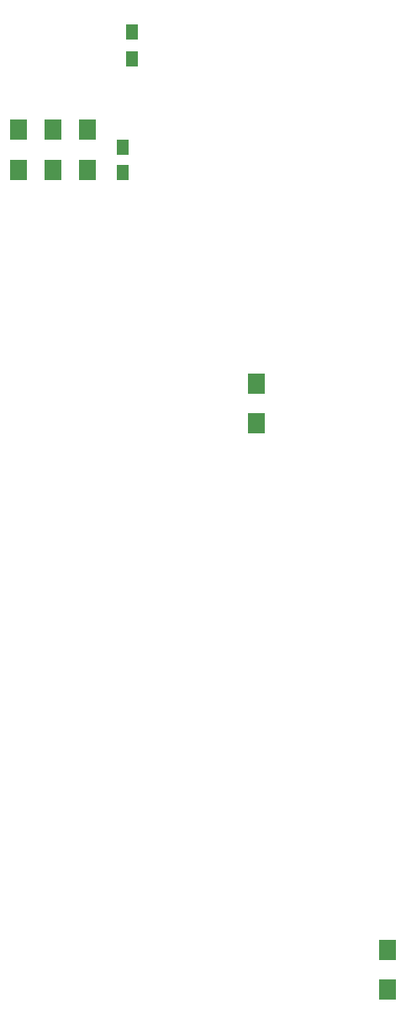
<source format=gbr>
G04 #@! TF.FileFunction,Paste,Top*
%FSLAX46Y46*%
G04 Gerber Fmt 4.6, Leading zero omitted, Abs format (unit mm)*
G04 Created by KiCad (PCBNEW 4.0.7) date Mon Nov 12 23:25:46 2018*
%MOMM*%
%LPD*%
G01*
G04 APERTURE LIST*
%ADD10C,0.100000*%
%ADD11R,1.250000X1.500000*%
%ADD12R,1.300000X1.500000*%
%ADD13R,1.700000X2.000000*%
G04 APERTURE END LIST*
D10*
D11*
X120000000Y-41750000D03*
X120000000Y-39250000D03*
D12*
X121000000Y-27650000D03*
X121000000Y-30350000D03*
D13*
X116500000Y-37500000D03*
X116500000Y-41500000D03*
X113000000Y-37500000D03*
X113000000Y-41500000D03*
X109500000Y-41500000D03*
X109500000Y-37500000D03*
X133500000Y-63000000D03*
X133500000Y-67000000D03*
X146727000Y-120012000D03*
X146727000Y-124012000D03*
M02*

</source>
